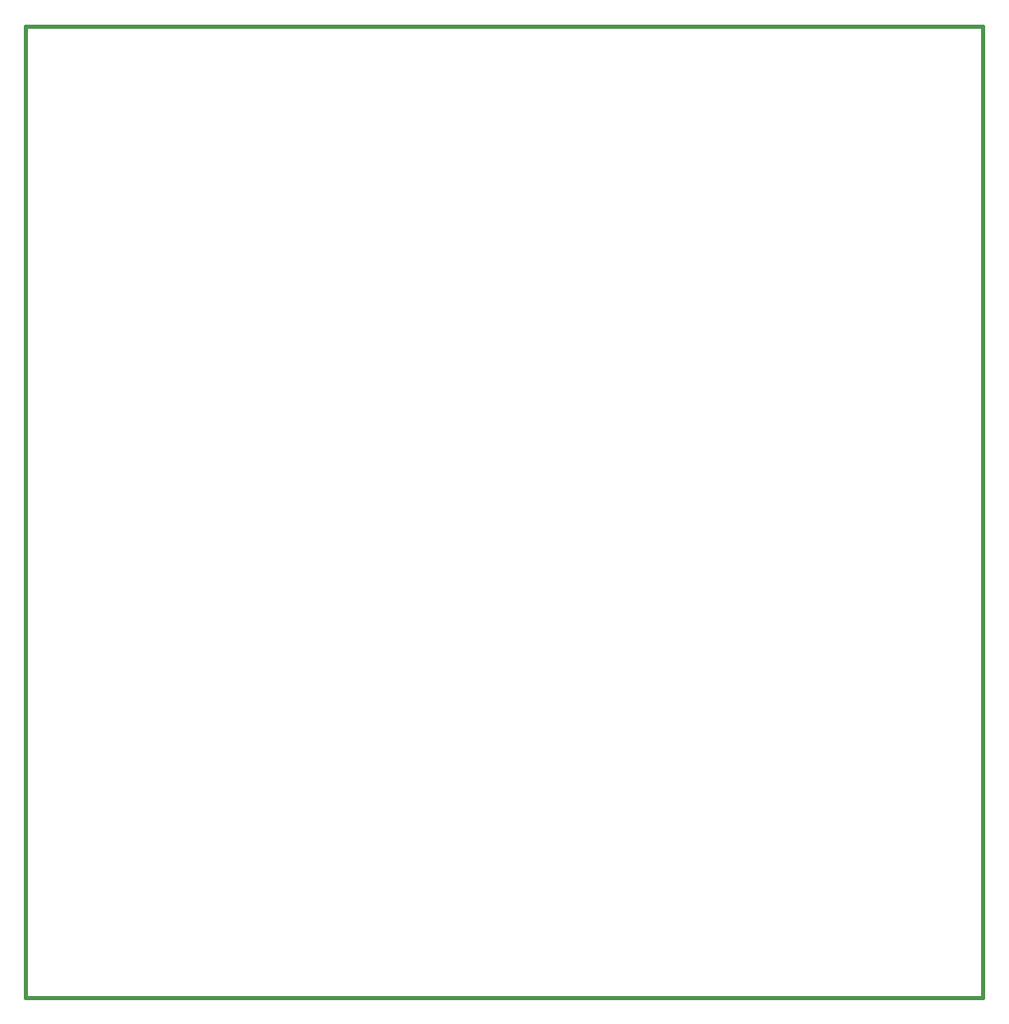
<source format=gm1>
G04 #@! TF.GenerationSoftware,KiCad,Pcbnew,(5.1.5)-3*
G04 #@! TF.CreationDate,2021-08-30T19:37:19+02:00*
G04 #@! TF.ProjectId,fsz,66737a2e-6b69-4636-9164-5f7063625858,0427 -*
G04 #@! TF.SameCoordinates,Original*
G04 #@! TF.FileFunction,Profile,NP*
%FSLAX46Y46*%
G04 Gerber Fmt 4.6, Leading zero omitted, Abs format (unit mm)*
G04 Created by KiCad (PCBNEW (5.1.5)-3) date 2021-08-30 19:37:19*
%MOMM*%
%LPD*%
G04 APERTURE LIST*
%ADD10C,0.381000*%
G04 APERTURE END LIST*
D10*
X66294000Y-151511000D02*
X66294000Y-51511000D01*
X66294000Y-51511000D02*
X164846000Y-51511000D01*
X164846000Y-151511000D02*
X164846000Y-51511000D01*
X66294000Y-151511000D02*
X164846000Y-151511000D01*
M02*

</source>
